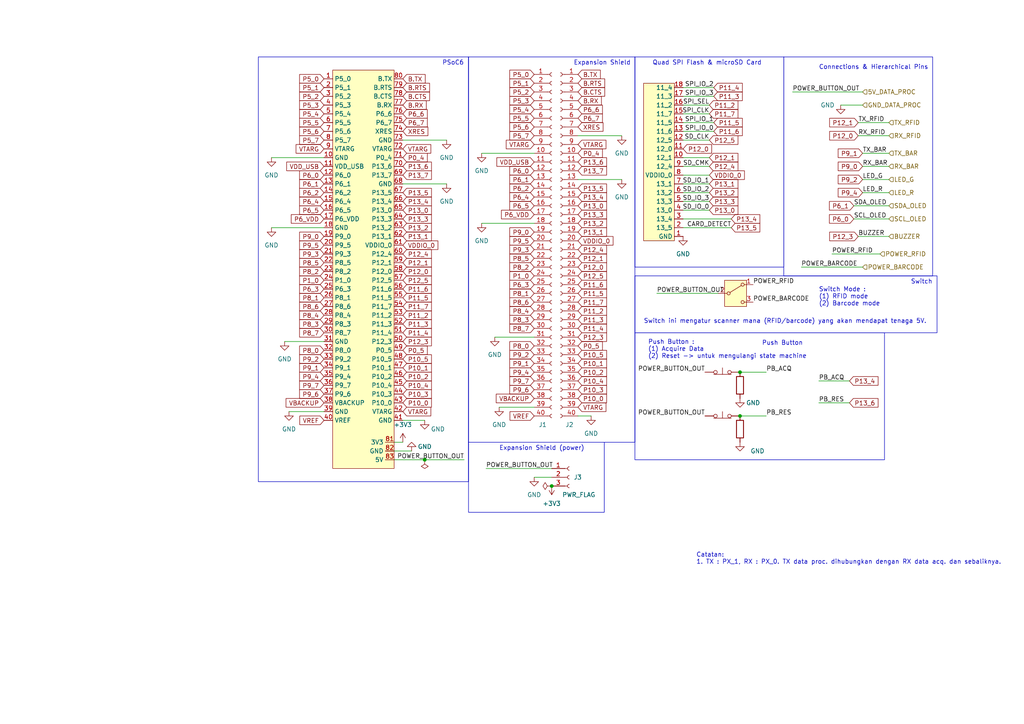
<source format=kicad_sch>
(kicad_sch (version 20230121) (generator eeschema)
  (paper "A4")
  (title_block (title "PSoC (Processing Unit)") (date "2024-03-05") (rev "1.5") (company "Institut Teknologi Bandung") (comment 1 "Bostang Palaguna") (comment 2 "Designed By:"))
  (lib_symbols
    (symbol "Connector:Conn_01x03_Socket" (pin_names (offset 1.016) hide)
      (property "Reference" "J" (at 0 5.08 0))
      (property "Value" "Conn_01x03_Socket" (at 0 -5.08 0))
      (symbol "Conn_01x03_Socket_1_1"
        (arc (start 0 -2.032) (mid -0.5058 -2.54) (end 0 -3.048) (stroke (width 0.1524)))
        (polyline (pts (xy -1.27 -2.54) (xy -0.508 -2.54)) (stroke (width 0.1524)))
        (polyline (pts (xy -1.27 0) (xy -0.508 0)) (stroke (width 0.1524)))
        (polyline (pts (xy -1.27 2.54) (xy -0.508 2.54)) (stroke (width 0.1524)))
        (arc (start 0 0.508) (mid -0.5058 0) (end 0 -0.508) (stroke (width 0.1524)))
        (arc (start 0 3.048) (mid -0.5058 2.54) (end 0 2.032) (stroke (width 0.1524)))
        (pin passive line (at -5.08 2.54 0) (length 3.81) (name "Pin_1") (number "1"))
        (pin passive line (at -5.08 0 0) (length 3.81) (name "Pin_2") (number "2"))
        (pin passive line (at -5.08 -2.54 0) (length 3.81) (name "Pin_3") (number "3"))
      )
    )
    (symbol "Connector:Conn_01x40_Socket" (pin_names (offset 1.016) hide)
      (property "Reference" "J" (at 0 50.8 0))
      (property "Value" "Conn_01x40_Socket" (at 0 -53.34 0))
      (symbol "Conn_01x40_Socket_1_1"
        (arc (start 0 -50.292) (mid -0.5058 -50.8) (end 0 -51.308) (stroke (width 0.1524)))
        (arc (start 0 -47.752) (mid -0.5058 -48.26) (end 0 -48.768) (stroke (width 0.1524)))
        (arc (start 0 -45.212) (mid -0.5058 -45.72) (end 0 -46.228) (stroke (width 0.1524)))
        (arc (start 0 -42.672) (mid -0.5058 -43.18) (end 0 -43.688) (stroke (width 0.1524)))
        (arc (start 0 -40.132) (mid -0.5058 -40.64) (end 0 -41.148) (stroke (width 0.1524)))
        (arc (start 0 -37.592) (mid -0.5058 -38.1) (end 0 -38.608) (stroke (width 0.1524)))
        (arc (start 0 -35.052) (mid -0.5058 -35.56) (end 0 -36.068) (stroke (width 0.1524)))
        (arc (start 0 -32.512) (mid -0.5058 -33.02) (end 0 -33.528) (stroke (width 0.1524)))
        (arc (start 0 -29.972) (mid -0.5058 -30.48) (end 0 -30.988) (stroke (width 0.1524)))
        (arc (start 0 -27.432) (mid -0.5058 -27.94) (end 0 -28.448) (stroke (width 0.1524)))
        (arc (start 0 -24.892) (mid -0.5058 -25.4) (end 0 -25.908) (stroke (width 0.1524)))
        (arc (start 0 -22.352) (mid -0.5058 -22.86) (end 0 -23.368) (stroke (width 0.1524)))
        (arc (start 0 -19.812) (mid -0.5058 -20.32) (end 0 -20.828) (stroke (width 0.1524)))
        (arc (start 0 -17.272) (mid -0.5058 -17.78) (end 0 -18.288) (stroke (width 0.1524)))
        (arc (start 0 -14.732) (mid -0.5058 -15.24) (end 0 -15.748) (stroke (width 0.1524)))
        (arc (start 0 -12.192) (mid -0.5058 -12.7) (end 0 -13.208) (stroke (width 0.1524)))
        (arc (start 0 -9.652) (mid -0.5058 -10.16) (end 0 -10.668) (stroke (width 0.1524)))
        (arc (start 0 -7.112) (mid -0.5058 -7.62) (end 0 -8.128) (stroke (width 0.1524)))
        (arc (start 0 -4.572) (mid -0.5058 -5.08) (end 0 -5.588) (stroke (width 0.1524)))
        (arc (start 0 -2.032) (mid -0.5058 -2.54) (end 0 -3.048) (stroke (width 0.1524)))
        (polyline (pts (xy -1.27 -50.8) (xy -0.508 -50.8)) (stroke (width 0.1524)))
        (polyline (pts (xy -1.27 -48.26) (xy -0.508 -48.26)) (stroke (width 0.1524)))
        (polyline (pts (xy -1.27 -45.72) (xy -0.508 -45.72)) (stroke (width 0.1524)))
        (polyline (pts (xy -1.27 -43.18) (xy -0.508 -43.18)) (stroke (width 0.1524)))
        (polyline (pts (xy -1.27 -40.64) (xy -0.508 -40.64)) (stroke (width 0.1524)))
        (polyline (pts (xy -1.27 -38.1) (xy -0.508 -38.1)) (stroke (width 0.1524)))
        (polyline (pts (xy -1.27 -35.56) (xy -0.508 -35.56)) (stroke (width 0.1524)))
        (polyline (pts (xy -1.27 -33.02) (xy -0.508 -33.02)) (stroke (width 0.1524)))
        (polyline (pts (xy -1.27 -30.48) (xy -0.508 -30.48)) (stroke (width 0.1524)))
        (polyline (pts (xy -1.27 -27.94) (xy -0.508 -27.94)) (stroke (width 0.1524)))
        (polyline (pts (xy -1.27 -25.4) (xy -0.508 -25.4)) (stroke (width 0.1524)))
        (polyline (pts (xy -1.27 -22.86) (xy -0.508 -22.86)) (stroke (width 0.1524)))
        (polyline (pts (xy -1.27 -20.32) (xy -0.508 -20.32)) (stroke (width 0.1524)))
        (polyline (pts (xy -1.27 -17.78) (xy -0.508 -17.78)) (stroke (width 0.1524)))
        (polyline (pts (xy -1.27 -15.24) (xy -0.508 -15.24)) (stroke (width 0.1524)))
        (polyline (pts (xy -1.27 -12.7) (xy -0.508 -12.7)) (stroke (width 0.1524)))
        (polyline (pts (xy -1.27 -10.16) (xy -0.508 -10.16)) (stroke (width 0.1524)))
        (polyline (pts (xy -1.27 -7.62) (xy -0.508 -7.62)) (stroke (width 0.1524)))
        (polyline (pts (xy -1.27 -5.08) (xy -0.508 -5.08)) (stroke (width 0.1524)))
        (polyline (pts (xy -1.27 -2.54) (xy -0.508 -2.54)) (stroke (width 0.1524)))
        (polyline (pts (xy -1.27 0) (xy -0.508 0)) (stroke (width 0.1524)))
        (polyline (pts (xy -1.27 2.54) (xy -0.508 2.54)) (stroke (width 0.1524)))
        (polyline (pts (xy -1.27 5.08) (xy -0.508 5.08)) (stroke (width 0.1524)))
        (polyline (pts (xy -1.27 7.62) (xy -0.508 7.62)) (stroke (width 0.1524)))
        (polyline (pts (xy -1.27 10.16) (xy -0.508 10.16)) (stroke (width 0.1524)))
        (polyline (pts (xy -1.27 12.7) (xy -0.508 12.7)) (stroke (width 0.1524)))
        (polyline (pts (xy -1.27 15.24) (xy -0.508 15.24)) (stroke (width 0.1524)))
        (polyline (pts (xy -1.27 17.78) (xy -0.508 17.78)) (stroke (width 0.1524)))
        (polyline (pts (xy -1.27 20.32) (xy -0.508 20.32)) (stroke (width 0.1524)))
        (polyline (pts (xy -1.27 22.86) (xy -0.508 22.86)) (stroke (width 0.1524)))
        (polyline (pts (xy -1.27 25.4) (xy -0.508 25.4)) (stroke (width 0.1524)))
        (polyline (pts (xy -1.27 27.94) (xy -0.508 27.94)) (stroke (width 0.1524)))
        (polyline (pts (xy -1.27 30.48) (xy -0.508 30.48)) (stroke (width 0.1524)))
        (polyline (pts (xy -1.27 33.02) (xy -0.508 33.02)) (stroke (width 0.1524)))
        (polyline (pts (xy -1.27 35.56) (xy -0.508 35.56)) (stroke (width 0.1524)))
        (polyline (pts (xy -1.27 38.1) (xy -0.508 38.1)) (stroke (width 0.1524)))
        (polyline (pts (xy -1.27 40.64) (xy -0.508 40.64)) (stroke (width 0.1524)))
        (polyline (pts (xy -1.27 43.18) (xy -0.508 43.18)) (stroke (width 0.1524)))
        (polyline (pts (xy -1.27 45.72) (xy -0.508 45.72)) (stroke (width 0.1524)))
        (polyline (pts (xy -1.27 48.26) (xy -0.508 48.26)) (stroke (width 0.1524)))
        (arc (start 0 0.508) (mid -0.5058 0) (end 0 -0.508) (stroke (width 0.1524)))
        (arc (start 0 3.048) (mid -0.5058 2.54) (end 0 2.032) (stroke (width 0.1524)))
        (arc (start 0 5.588) (mid -0.5058 5.08) (end 0 4.572) (stroke (width 0.1524)))
        (arc (start 0 8.128) (mid -0.5058 7.62) (end 0 7.112) (stroke (width 0.1524)))
        (arc (start 0 10.668) (mid -0.5058 10.16) (end 0 9.652) (stroke (width 0.1524)))
        (arc (start 0 13.208) (mid -0.5058 12.7) (end 0 12.192) (stroke (width 0.1524)))
        (arc (start 0 15.748) (mid -0.5058 15.24) (end 0 14.732) (stroke (width 0.1524)))
        (arc (start 0 18.288) (mid -0.5058 17.78) (end 0 17.272) (stroke (width 0.1524)))
        (arc (start 0 20.828) (mid -0.5058 20.32) (end 0 19.812) (stroke (width 0.1524)))
        (arc (start 0 23.368) (mid -0.5058 22.86) (end 0 22.352) (stroke (width 0.1524)))
        (arc (start 0 25.908) (mid -0.5058 25.4) (end 0 24.892) (stroke (width 0.1524)))
        (arc (start 0 28.448) (mid -0.5058 27.94) (end 0 27.432) (stroke (width 0.1524)))
        (arc (start 0 30.988) (mid -0.5058 30.48) (end 0 29.972) (stroke (width 0.1524)))
        (arc (start 0 33.528) (mid -0.5058 33.02) (end 0 32.512) (stroke (width 0.1524)))
        (arc (start 0 36.068) (mid -0.5058 35.56) (end 0 35.052) (stroke (width 0.1524)))
        (arc (start 0 38.608) (mid -0.5058 38.1) (end 0 37.592) (stroke (width 0.1524)))
        (arc (start 0 41.148) (mid -0.5058 40.64) (end 0 40.132) (stroke (width 0.1524)))
        (arc (start 0 43.688) (mid -0.5058 43.18) (end 0 42.672) (stroke (width 0.1524)))
        (arc (start 0 46.228) (mid -0.5058 45.72) (end 0 45.212) (stroke (width 0.1524)))
        (arc (start 0 48.768) (mid -0.5058 48.26) (end 0 47.752) (stroke (width 0.1524)))
        (pin passive line (at -5.08 48.26 0) (length 3.81) (name "Pin_1") (number "1"))
        (pin passive line (at -5.08 25.4 0) (length 3.81) (name "Pin_10") (number "10"))
        (pin passive line (at -5.08 22.86 0) (length 3.81) (name "Pin_11") (number "11"))
        (pin passive line (at -5.08 20.32 0) (length 3.81) (name "Pin_12") (number "12"))
        (pin passive line (at -5.08 17.78 0) (length 3.81) (name "Pin_13") (number "13"))
        (pin passive line (at -5.08 15.24 0) (length 3.81) (name "Pin_14") (number "14"))
        (pin passive line (at -5.08 12.7 0) (length 3.81) (name "Pin_15") (number "15"))
        (pin passive line (at -5.08 10.16 0) (length 3.81) (name "Pin_16") (number "16"))
        (pin passive line (at -5.08 7.62 0) (length 3.81) (name "Pin_17") (number "17"))
        (pin passive line (at -5.08 5.08 0) (length 3.81) (name "Pin_18") (number "18"))
        (pin passive line (at -5.08 2.54 0) (length 3.81) (name "Pin_19") (number "19"))
        (pin passive line (at -5.08 45.72 0) (length 3.81) (name "Pin_2") (number "2"))
        (pin passive line (at -5.08 0 0) (length 3.81) (name "Pin_20") (number "20"))
        (pin passive line (at -5.08 -2.54 0) (length 3.81) (name "Pin_21") (number "21"))
        (pin passive line (at -5.08 -5.08 0) (length 3.81) (name "Pin_22") (number "22"))
        (pin passive line (at -5.08 -7.62 0) (length 3.81) (name "Pin_23") (number "23"))
        (pin passive line (at -5.08 -10.16 0) (length 3.81) (name "Pin_24") (number "24"))
        (pin passive line (at -5.08 -12.7 0) (length 3.81) (name "Pin_25") (number "25"))
        (pin passive line (at -5.08 -15.24 0) (length 3.81) (name "Pin_26") (number "26"))
        (pin passive line (at -5.08 -17.78 0) (length 3.81) (name "Pin_27") (number "27"))
        (pin passive line (at -5.08 -20.32 0) (length 3.81) (name "Pin_28") (number "28"))
        (pin passive line (at -5.08 -22.86 0) (length 3.81) (name "Pin_29") (number "29"))
        (pin passive line (at -5.08 43.18 0) (length 3.81) (name "Pin_3") (number "3"))
        (pin passive line (at -5.08 -25.4 0) (length 3.81) (name "Pin_30") (number "30"))
        (pin passive line (at -5.08 -27.94 0) (length 3.81) (name "Pin_31") (number "31"))
        (pin passive line (at -5.08 -30.48 0) (length 3.81) (name "Pin_32") (number "32"))
        (pin passive line (at -5.08 -33.02 0) (length 3.81) (name "Pin_33") (number "33"))
        (pin passive line (at -5.08 -35.56 0) (length 3.81) (name "Pin_34") (number "34"))
        (pin passive line (at -5.08 -38.1 0) (length 3.81) (name "Pin_35") (number "35"))
        (pin passive line (at -5.08 -40.64 0) (length 3.81) (name "Pin_36") (number "36"))
        (pin passive line (at -5.08 -43.18 0) (length 3.81) (name "Pin_37") (number "37"))
        (pin passive line (at -5.08 -45.72 0) (length 3.81) (name "Pin_38") (number "38"))
        (pin passive line (at -5.08 -48.26 0) (length 3.81) (name "Pin_39") (number "39"))
        (pin passive line (at -5.08 40.64 0) (length 3.81) (name "Pin_4") (number "4"))
        (pin passive line (at -5.08 -50.8 0) (length 3.81) (name "Pin_40") (number "40"))
        (pin passive line (at -5.08 38.1 0) (length 3.81) (name "Pin_5") (number "5"))
        (pin passive line (at -5.08 35.56 0) (length 3.81) (name "Pin_6") (number "6"))
        (pin passive line (at -5.08 33.02 0) (length 3.81) (name "Pin_7") (number "7"))
        (pin passive line (at -5.08 30.48 0) (length 3.81) (name "Pin_8") (number "8"))
        (pin passive line (at -5.08 27.94 0) (length 3.81) (name "Pin_9") (number "9"))
      )
    )
    (symbol "Device:R" (pin_numbers hide) (pin_names (offset 0))
      (property "Reference" "R" (at 2.032 0 90))
      (property "Value" "R" (at 0 0 90))
      (symbol "R_0_1"
        (rectangle (start -1.016 -2.54) (end 1.016 2.54) (stroke (width 0.254)))
      )
      (symbol "R_1_1"
        (pin passive line (at 0 3.81 270) (length 1.27) (name "~") (number "1"))
        (pin passive line (at 0 -3.81 90) (length 1.27) (name "~") (number "2"))
      )
    )
    (symbol "Switch:SW_Push_Open" (pin_numbers hide) (pin_names (offset 1.016) hide)
      (property "Reference" "SW" (at 0 2.54 0))
      (property "Value" "SW_Push_Open" (at 0 -1.905 0))
      (symbol "SW_Push_Open_0_1"
        (circle (center -2.032 0) (radius 0.508))
        (polyline (pts (xy -2.54 -0.635) (xy 2.54 -0.635)))
        (polyline (pts (xy 0 -0.635) (xy 0 1.27)))
        (circle (center 2.032 0) (radius 0.508))
        (pin passive line (at -5.08 0 0) (length 2.54) (name "A") (number "1"))
      )
      (symbol "SW_Push_Open_1_1"
        (pin passive line (at 5.08 0 180) (length 2.54) (name "B") (number "2"))
      )
    )
    (symbol "Switch:SW_SPDT" (pin_names (offset 0) hide)
      (property "Reference" "SW" (at 0 5.08 0))
      (property "Value" "SW_SPDT" (at 0 -5.08 0))
      (symbol "SW_SPDT_0_1"
        (circle (center -2.032 0) (radius 0.4572))
        (polyline (pts (xy -1.651 0.254) (xy 1.651 2.286)))
        (circle (center 2.032 -2.54) (radius 0.4572))
        (circle (center 2.032 2.54) (radius 0.4572))
      )
      (symbol "SW_SPDT_1_1"
        (rectangle (start -3.175 3.81) (end 3.175 -3.81) (fill (type background)))
        (pin passive line (at 5.08 2.54 180) (length 2.54) (name "A") (number "1"))
        (pin passive line (at -5.08 0 0) (length 2.54) (name "B") (number "2"))
        (pin passive line (at 5.08 -2.54 180) (length 2.54) (name "C") (number "3"))
      )
    )
    (symbol "WMS_components:CY8CPROTO-062-4343W"
      (property "Reference" "U" (at 1.27 52.07 0))
      (symbol "CY8CPROTO-062-4343W_1_1"
        (rectangle (start -8.89 49.53) (end 8.89 -66.04) (fill (type background)))
        (pin bidirectional line (at -11.43 46.99 0) (length 2.54) (name "P5_0") (number "1"))
        (pin bidirectional line (at -11.43 24.13 0) (length 2.54) (name "GND") (number "10"))
        (pin bidirectional line (at -11.43 21.59 0) (length 2.54) (name "VDD_USB") (number "11"))
        (pin bidirectional line (at -11.43 19.05 0) (length 2.54) (name "P6_0") (number "12"))
        (pin bidirectional line (at -11.43 16.51 0) (length 2.54) (name "P6_1") (number "13"))
        (pin bidirectional line (at -11.43 13.97 0) (length 2.54) (name "P6_2") (number "14"))
        (pin bidirectional line (at -11.43 11.43 0) (length 2.54) (name "P6_4") (number "15"))
        (pin bidirectional line (at -11.43 8.89 0) (length 2.54) (name "P6_5") (number "16"))
        (pin bidirectional line (at -11.43 6.35 0) (length 2.54) (name "P6_VDD") (number "17"))
        (pin bidirectional line (at -11.43 3.81 0) (length 2.54) (name "GND") (number "18"))
        (pin bidirectional line (at -11.43 1.27 0) (length 2.54) (name "P9_0") (number "19"))
        (pin bidirectional line (at -11.43 44.45 0) (length 2.54) (name "P5_1") (number "2"))
        (pin bidirectional line (at -11.43 -1.27 0) (length 2.54) (name "P9_5") (number "20"))
        (pin bidirectional line (at -11.43 -3.81 0) (length 2.54) (name "P9_3") (number "21"))
        (pin bidirectional line (at -11.43 -6.35 0) (length 2.54) (name "P8_5") (number "22"))
        (pin bidirectional line (at -11.43 -8.89 0) (length 2.54) (name "P8_2") (number "23"))
        (pin bidirectional line (at -11.43 -11.43 0) (length 2.54) (name "P1_0") (number "24"))
        (pin bidirectional line (at -11.43 -13.97 0) (length 2.54) (name "P6_3") (number "25"))
        (pin bidirectional line (at -11.43 -16.51 0) (length 2.54) (name "P8_1") (number "26"))
        (pin bidirectional line (at -11.43 -19.05 0) (length 2.54) (name "P8_6") (number "27"))
        (pin bidirectional line (at -11.43 -21.59 0) (length 2.54) (name "P8_4") (number "28"))
        (pin bidirectional line (at -11.43 -24.13 0) (length 2.54) (name "P8_3") (number "29"))
        (pin bidirectional line (at -11.43 41.91 0) (length 2.54) (name "P5_2") (number "3"))
        (pin bidirectional line (at -11.43 -26.67 0) (length 2.54) (name "P8_7") (number "30"))
        (pin bidirectional line (at -11.43 -29.21 0) (length 2.54) (name "GND") (number "31"))
        (pin bidirectional line (at -11.43 -31.75 0) (length 2.54) (name "P8_0") (number "32"))
        (pin bidirectional line (at -11.43 -34.29 0) (length 2.54) (name "P9_2") (number "33"))
        (pin bidirectional line (at -11.43 -36.83 0) (length 2.54) (name "P9_1") (number "34"))
        (pin bidirectional line (at -11.43 -39.37 0) (length 2.54) (name "P9_4") (number "35"))
        (pin bidirectional line (at -11.43 -41.91 0) (length 2.54) (name "P9_7") (number "36"))
        (pin bidirectional line (at -11.43 -44.45 0) (length 2.54) (name "P9_6") (number "37"))
        (pin bidirectional line (at -11.43 -46.99 0) (length 2.54) (name "VBACKUP") (number "38"))
        (pin bidirectional line (at -11.43 -49.53 0) (length 2.54) (name "GND") (number "39"))
        (pin bidirectional line (at -11.43 39.37 0) (length 2.54) (name "P5_3") (number "4"))
        (pin bidirectional line (at -11.43 -52.07 0) (length 2.54) (name "VREF") (number "40"))
        (pin bidirectional line (at 11.43 -52.07 180) (length 2.54) (name "GND") (number "41"))
        (pin bidirectional line (at 11.43 -49.53 180) (length 2.54) (name "VTARG") (number "42"))
        (pin bidirectional line (at 11.43 -46.99 180) (length 2.54) (name "P10_0") (number "43"))
        (pin bidirectional line (at 11.43 -44.45 180) (length 2.54) (name "P10_3") (number "44"))
        (pin bidirectional line (at 11.43 -41.91 180) (length 2.54) (name "P10_4") (number "45"))
        (pin bidirectional line (at 11.43 -39.37 180) (length 2.54) (name "P10_2") (number "46"))
        (pin bidirectional line (at 11.43 -36.83 180) (length 2.54) (name "P10_1") (number "47"))
        (pin bidirectional line (at 11.43 -34.29 180) (length 2.54) (name "P10_5") (number "48"))
        (pin bidirectional line (at 11.43 -31.75 180) (length 2.54) (name "P0_5") (number "49"))
        (pin bidirectional line (at -11.43 36.83 0) (length 2.54) (name "P5_4") (number "5"))
        (pin bidirectional line (at 11.43 -29.21 180) (length 2.54) (name "P12_3") (number "50"))
        (pin bidirectional line (at 11.43 -26.67 180) (length 2.54) (name "P11_4") (number "51"))
        (pin bidirectional line (at 11.43 -24.13 180) (length 2.54) (name "P11_3") (number "52"))
        (pin bidirectional line (at 11.43 -21.59 180) (length 2.54) (name "P11_2") (number "53"))
        (pin bidirectional line (at 11.43 -19.05 180) (length 2.54) (name "P11_7") (number "54"))
        (pin bidirectional line (at 11.43 -16.51 180) (length 2.54) (name "P11_5") (number "55"))
        (pin bidirectional line (at 11.43 -13.97 180) (length 2.54) (name "P11_6") (number "56"))
        (pin bidirectional line (at 11.43 -11.43 180) (length 2.54) (name "P12_5") (number "57"))
        (pin bidirectional line (at 11.43 -8.89 180) (length 2.54) (name "P12_0") (number "58"))
        (pin bidirectional line (at 11.43 -6.35 180) (length 2.54) (name "P12_1") (number "59"))
        (pin bidirectional line (at -11.43 34.29 0) (length 2.54) (name "P5_5") (number "6"))
        (pin bidirectional line (at 11.43 -3.81 180) (length 2.54) (name "P12_4") (number "60"))
        (pin bidirectional line (at 11.43 -1.27 180) (length 2.54) (name "VDDIO_0") (number "61"))
        (pin bidirectional line (at 11.43 1.27 180) (length 2.54) (name "P13_1") (number "62"))
        (pin bidirectional line (at 11.43 3.81 180) (length 2.54) (name "P13_2") (number "63"))
        (pin bidirectional line (at 11.43 6.35 180) (length 2.54) (name "P13_3") (number "64"))
        (pin bidirectional line (at 11.43 8.89 180) (length 2.54) (name "P13_0") (number "65"))
        (pin bidirectional line (at 11.43 11.43 180) (length 2.54) (name "P13_4") (number "66"))
        (pin bidirectional line (at 11.43 13.97 180) (length 2.54) (name "P13_5") (number "67"))
        (pin bidirectional line (at 11.43 16.51 180) (length 2.54) (name "GND") (number "68"))
        (pin bidirectional line (at 11.43 19.05 180) (length 2.54) (name "P13_7") (number "69"))
        (pin bidirectional line (at -11.43 31.75 0) (length 2.54) (name "P5_6") (number "7"))
        (pin bidirectional line (at 11.43 21.59 180) (length 2.54) (name "P13_6") (number "70"))
        (pin bidirectional line (at 11.43 24.13 180) (length 2.54) (name "P0_4") (number "71"))
        (pin bidirectional line (at 11.43 26.67 180) (length 2.54) (name "VTARG") (number "72"))
        (pin bidirectional line (at 11.43 29.21 180) (length 2.54) (name "GND") (number "73"))
        (pin bidirectional line (at 11.43 31.75 180) (length 2.54) (name "XRES") (number "74"))
        (pin bidirectional line (at 11.43 34.29 180) (length 2.54) (name "P6_7") (number "75"))
        (pin bidirectional line (at 11.43 36.83 180) (length 2.54) (name "P6_6") (number "76"))
        (pin bidirectional line (at 11.43 39.37 180) (length 2.54) (name "B.RX") (number "77"))
        (pin bidirectional line (at 11.43 41.91 180) (length 2.54) (name "B.CTS") (number "78"))
        (pin bidirectional line (at 11.43 44.45 180) (length 2.54) (name "B.RTS") (number "79"))
        (pin bidirectional line (at -11.43 29.21 0) (length 2.54) (name "P5_7") (number "8"))
        (pin bidirectional line (at 11.43 46.99 180) (length 2.54) (name "B.TX") (number "80"))
        (pin power_in line (at 8.89 -58.42 180) (length 2.54) (name "3V3") (number "81"))
        (pin bidirectional line (at 8.89 -60.96 180) (length 2.54) (name "GND") (number "82"))
        (pin power_in line (at 8.89 -63.5 180) (length 2.54) (name "5V") (number "83"))
        (pin bidirectional line (at -11.43 26.67 0) (length 2.54) (name "VTARG") (number "9"))
      )
    )
    (symbol "WMS_components:QUAD_SPI_and_MICRO_SD"
      (property "Reference" "U" (at 0 6.35 0))
      (symbol "QUAD_SPI_and_MICRO_SD_0_1"
        (rectangle (start -22.86 5.08) (end 22.86 -3.81) (fill (type background)))
      )
      (symbol "QUAD_SPI_and_MICRO_SD_1_1"
        (pin power_in line (at -21.59 -6.35 90) (length 2.54) (name "GND") (number "1"))
        (pin bidirectional line (at 1.27 -6.35 90) (length 2.54) (name "12_1") (number "10"))
        (pin bidirectional line (at 3.81 -6.35 90) (length 2.54) (name "12_0") (number "11"))
        (pin bidirectional line (at 6.35 -6.35 90) (length 2.54) (name "12_5") (number "12"))
        (pin bidirectional line (at 8.89 -6.35 90) (length 2.54) (name "11_6") (number "13"))
        (pin bidirectional line (at 11.43 -6.35 90) (length 2.54) (name "11_5") (number "14"))
        (pin bidirectional line (at 13.97 -6.35 90) (length 2.54) (name "11_7") (number "15"))
        (pin bidirectional line (at 16.51 -6.35 90) (length 2.54) (name "11_2") (number "16"))
        (pin bidirectional line (at 19.05 -6.35 90) (length 2.54) (name "11_3") (number "17"))
        (pin bidirectional line (at 21.59 -6.35 90) (length 2.54) (name "11_4") (number "18"))
        (pin bidirectional line (at -19.05 -6.35 90) (length 2.54) (name "13_5") (number "2"))
        (pin bidirectional line (at -16.51 -6.35 90) (length 2.54) (name "13_4") (number "3"))
        (pin bidirectional line (at -13.97 -6.35 90) (length 2.54) (name "13_0") (number "4"))
        (pin bidirectional line (at -11.43 -6.35 90) (length 2.54) (name "13_3") (number "5"))
        (pin bidirectional line (at -8.89 -6.35 90) (length 2.54) (name "13_2") (number "6"))
        (pin bidirectional line (at -6.35 -6.35 90) (length 2.54) (name "13_1") (number "7"))
        (pin bidirectional line (at -3.81 -6.35 90) (length 2.54) (name "VDDIO_0") (number "8"))
        (pin bidirectional line (at -1.27 -6.35 90) (length 2.54) (name "12_4") (number "9"))
      )
    )
    (symbol "power:+3V3" (power) (pin_names (offset 0))
      (property "Value" "+3V3" (at 0 3.556 0))
      (symbol "+3V3_0_1"
        (polyline (pts (xy -0.762 1.27) (xy 0 2.54)))
        (polyline (pts (xy 0 0) (xy 0 2.54)))
        (polyline (pts (xy 0 2.54) (xy 0.762 1.27)))
      )
      (symbol "+3V3_1_1"
        (pin power_in line (at 0 0 90) (length 0) hide (name "+3V3") (number "1"))
      )
    )
    (symbol "power:GND" (power) (pin_names (offset 0))
      (property "Value" "GND" (at 0 -3.81 0))
      (symbol "GND_0_1"
        (polyline (pts (xy 0 0) (xy 0 -1.27) (xy 1.27 -1.27) (xy 0 -2.54) (xy -1.27 -1.27) (xy 0 -1.27)))
      )
      (symbol "GND_1_1"
        (pin power_in line (at 0 0 270) (length 0) hide (name "GND") (number "1"))
      )
    )
    (symbol "power:PWR_FLAG" (power) (pin_numbers hide) (pin_names (offset 0) hide)
      (property "Value" "PWR_FLAG" (at 0 3.81 0))
      (symbol "PWR_FLAG_0_0"
        (pin power_out line (at 0 0 90) (length 0) (name "pwr") (number "1"))
      )
      (symbol "PWR_FLAG_0_1"
        (polyline (pts (xy 0 0) (xy 0 1.27) (xy -1.016 1.905) (xy 0 2.54) (xy 1.016 1.905) (xy 0 1.27)))
      )
    )
  )
  (junction (at 160.02 140.97))
  (junction (at 214.63 107.95))
  (junction (at 214.63 120.65))
  (junction (at 123.19 133.35))
  (wire (pts (xy 190.5 85.09) (xy 208.28 85.09)))
  (wire (pts (xy 212.09 63.5) (xy 198.12 63.5)))
  (wire (pts (xy 143.51 97.79) (xy 154.94 97.79)))
  (wire (pts (xy 129.54 40.64) (xy 116.84 40.64)))
  (wire (pts (xy 205.74 53.34) (xy 198.12 53.34)))
  (wire (pts (xy 123.19 121.92) (xy 116.84 121.92)))
  (wire (pts (xy 222.25 120.65) (xy 214.63 120.65)))
  (wire (pts (xy 205.74 45.72) (xy 198.12 45.72)))
  (wire (pts (xy 212.09 66.04) (xy 198.12 66.04)))
  (wire (pts (xy 154.94 138.43) (xy 160.02 138.43)))
  (wire (pts (xy 229.87 26.67) (xy 250.19 26.67)))
  (wire (pts (xy 243.84 30.48) (xy 250.19 30.48)))
  (wire (pts (xy 205.74 40.64) (xy 198.12 40.64)))
  (wire (pts (xy 207.01 38.1) (xy 198.12 38.1)))
  (wire (pts (xy 205.74 33.02) (xy 198.12 33.02)))
  (wire (pts (xy 140.97 135.89) (xy 160.02 135.89)))
  (wire (pts (xy 250.19 52.07) (xy 257.81 52.07)))
  (wire (pts (xy 119.38 130.81) (xy 114.3 130.81)))
  (wire (pts (xy 250.19 44.45) (xy 257.81 44.45)))
  (wire (pts (xy 248.92 35.56) (xy 257.81 35.56)))
  (wire (pts (xy 144.78 118.11) (xy 154.94 118.11)))
  (wire (pts (xy 205.74 50.8) (xy 198.12 50.8)))
  (wire (pts (xy 139.7 64.77) (xy 154.94 64.77)))
  (wire (pts (xy 222.25 107.95) (xy 214.63 107.95)))
  (wire (pts (xy 247.65 63.5) (xy 257.81 63.5)))
  (wire (pts (xy 248.92 68.58) (xy 257.81 68.58)))
  (wire (pts (xy 207.01 27.94) (xy 198.12 27.94)))
  (wire (pts (xy 78.74 45.72) (xy 93.98 45.72)))
  (wire (pts (xy 129.54 53.34) (xy 116.84 53.34)))
  (wire (pts (xy 139.7 44.45) (xy 154.94 44.45)))
  (wire (pts (xy 250.19 55.88) (xy 257.81 55.88)))
  (wire (pts (xy 83.82 119.38) (xy 93.98 119.38)))
  (wire (pts (xy 78.74 66.04) (xy 93.98 66.04)))
  (wire (pts (xy 207.01 35.56) (xy 198.12 35.56)))
  (wire (pts (xy 207.01 25.4) (xy 198.12 25.4)))
  (wire (pts (xy 205.74 60.96) (xy 198.12 60.96)))
  (wire (pts (xy 82.55 99.06) (xy 93.98 99.06)))
  (wire (pts (xy 180.34 39.37) (xy 167.64 39.37)))
  (wire (pts (xy 250.19 48.26) (xy 257.81 48.26)))
  (wire (pts (xy 123.19 133.35) (xy 114.3 133.35)))
  (wire (pts (xy 116.84 128.27) (xy 114.3 128.27)))
  (wire (pts (xy 180.34 52.07) (xy 167.64 52.07)))
  (wire (pts (xy 237.49 110.49) (xy 246.38 110.49)))
  (wire (pts (xy 205.74 55.88) (xy 198.12 55.88)))
  (wire (pts (xy 171.45 120.65) (xy 167.64 120.65)))
  (wire (pts (xy 205.74 58.42) (xy 198.12 58.42)))
  (wire (pts (xy 237.49 116.84) (xy 246.38 116.84)))
  (wire (pts (xy 232.41 77.47) (xy 250.19 77.47)))
  (wire (pts (xy 241.3 73.66) (xy 255.27 73.66)))
  (wire (pts (xy 247.65 59.69) (xy 257.81 59.69)))
  (wire (pts (xy 205.74 48.26) (xy 198.12 48.26)))
  (wire (pts (xy 205.74 30.48) (xy 198.12 30.48)))
  (wire (pts (xy 248.92 39.37) (xy 257.81 39.37)))
  (wire (pts (xy 134.62 133.35) (xy 123.19 133.35)))
  (rectangle (start 135.89 128.27) (end 175.26 148.59))
  (rectangle (start 135.89 16.51) (end 184.15 128.27))
  (rectangle (start 184.15 80.01) (end 271.78 96.52))
  (rectangle (start 184.15 96.52) (end 256.54 133.35))
  (rectangle (start 184.15 16.51) (end 227.33 77.47))
  (rectangle (start 227.33 16.51) (end 270.51 80.01))
  (rectangle (start 74.93 16.51) (end 135.89 139.7))
  (text "PSoC6" (at 128.27 19.05 0) (effects (font (size 1.27 1.27)) (justify left bottom)))
  (text "Expansion Shield (power)" (at 144.78 130.81 0) (effects (font (size 1.27 1.27)) (justify left bottom)))
  (text "Push Button :\n(1) Acquire Data\n(2) Reset -> untuk mengulangi state machine" (at 187.96 104.14 0) (effects (font (size 1.27 1.27)) (justify left bottom)))
  (text "Switch" (at 264.16 82.55 0) (effects (font (size 1.27 1.27)) (justify left bottom)))
  (text "Expansion Shield" (at 166.37 19.05 0) (effects (font (size 1.27 1.27)) (justify left bottom)))
  (text "Connections & Hierarchical Pins" (at 237.49 20.32 0) (effects (font (size 1.27 1.27)) (justify left bottom)))
  (text "Switch ini mengatur scanner mana (RFID/barcode) yang akan mendapat tenaga 5V." (at 186.69 93.98 0) (effects (font (size 1.27 1.27)) (justify left bottom)))
  (text "Catatan:\n1. TX : PX_1, RX : PX_0. TX data proc. dihubungkan dengan RX data acq. dan sebaliknya." (at 201.93 163.83 0) (effects (font (size 1.27 1.27)) (justify left bottom)))
  (text "Switch Mode :\n(1) RFID mode\n(2) Barcode mode" (at 237.49 88.9 0) (effects (font (size 1.27 1.27)) (justify left bottom)))
  (text "Quad SPI Flash & microSD Card" (at 189.23 19.05 0) (effects (font (size 1.27 1.27)) (justify left bottom)))
  (text "Push Button" (at 220.98 100.33 0) (effects (font (size 1.27 1.27)) (justify left bottom)))
  (label "POWER_BUTTON_OUT" (at 134.62 133.35 180))
  (label "SPI_IO_2" (at 207.01 25.4 180))
  (label "TX_RFID" (at 248.92 35.56 0))
  (label "SD_IO_1" (at 205.74 53.34 180))
  (label "SDA_OLED" (at 247.65 59.69 0))
  (label "LED_G" (at 250.19 52.07 0))
  (label "POWER_BARCODE" (at 232.41 77.47 0))
  (label "PB_RES" (at 222.25 120.65 0))
  (label "SD_IO_0" (at 205.74 60.96 180))
  (label "RX_BAR" (at 250.19 48.26 0))
  (label "RX_RFID" (at 248.92 39.37 0))
  (label "SPI_SEL" (at 205.74 30.48 180))
  (label "CARD_DETECT" (at 212.09 66.04 180))
  (label "PB_RES" (at 237.49 116.84 0))
  (label "POWER_BARCODE" (at 218.44 87.63 0))
  (label "SPI_IO_0" (at 207.01 38.1 180))
  (label "POWER_BUTTON_OUT" (at 229.87 26.67 0))
  (label "POWER_BUTTON_OUT" (at 140.97 135.89 0))
  (label "SD_CLK" (at 205.74 40.64 180))
  (label "POWER_BUTTON_OUT" (at 204.47 107.95 180))
  (label "SD_CMK" (at 205.74 48.26 180))
  (label "POWER_RFID" (at 241.3 73.66 0))
  (label "PB_ACQ" (at 222.25 107.95 0))
  (label "SD_IO_2" (at 205.74 55.88 180))
  (label "SCL_OLED" (at 247.65 63.5 0))
  (label "BUZZER" (at 248.92 68.58 0))
  (label "SPI_IO_1" (at 207.01 35.56 180))
  (label "SPI_CLK" (at 205.74 33.02 180))
  (label "POWER_BUTTON_OUT" (at 190.5 85.09 0))
  (label "POWER_BUTTON_OUT" (at 204.47 120.65 180))
  (label "LED_R" (at 250.19 55.88 0))
  (label "TX_BAR" (at 250.19 44.45 0))
  (label "POWER_RFID" (at 218.44 82.55 0))
  (label "SPI_IO_3" (at 207.01 27.94 180))
  (label "SD_IO_3" (at 205.74 58.42 180))
  (label "PB_ACQ" (at 237.49 110.49 0))
  (global_label "P13_5" (shape input) (at 167.64 54.61 0) (property "Intersheetrefs" "${INTERSHEET_REFS}" (effects hide)))
  (global_label "P10_1" (shape input) (at 167.64 105.41 0) (property "Intersheetrefs" "${INTERSHEET_REFS}" (effects hide)))
  (global_label "P11_5" (shape input) (at 116.84 86.36 0) (property "Intersheetrefs" "${INTERSHEET_REFS}" (effects hide)))
  (global_label "P8_7" (shape input) (at 93.98 96.52 180) (property "Intersheetrefs" "${INTERSHEET_REFS}" (effects hide)))
  (global_label "P5_6" (shape input) (at 154.94 36.83 180) (property "Intersheetrefs" "${INTERSHEET_REFS}" (effects hide)))
  (global_label "B.RTS" (shape input) (at 116.84 25.4 0) (property "Intersheetrefs" "${INTERSHEET_REFS}" (effects hide)))
  (global_label "P11_6" (shape input) (at 116.84 83.82 0) (property "Intersheetrefs" "${INTERSHEET_REFS}" (effects hide)))
  (global_label "P11_3" (shape input) (at 116.84 93.98 0) (property "Intersheetrefs" "${INTERSHEET_REFS}" (effects hide)))
  (global_label "P12_0" (shape input) (at 198.12 43.18 0) (property "Intersheetrefs" "${INTERSHEET_REFS}" (effects hide)))
  (global_label "VDD_USB" (shape input) (at 93.98 48.26 180) (property "Intersheetrefs" "${INTERSHEET_REFS}" (effects hide)))
  (global_label "P13_6" (shape input) (at 167.64 46.99 0) (property "Intersheetrefs" "${INTERSHEET_REFS}" (effects hide)))
  (global_label "P5_5" (shape input) (at 93.98 35.56 180) (property "Intersheetrefs" "${INTERSHEET_REFS}" (effects hide)))
  (global_label "P13_3" (shape input) (at 167.64 62.23 0) (property "Intersheetrefs" "${INTERSHEET_REFS}" (effects hide)))
  (global_label "P8_4" (shape input) (at 154.94 90.17 180) (property "Intersheetrefs" "${INTERSHEET_REFS}" (effects hide)))
  (global_label "P11_7" (shape input) (at 116.84 88.9 0) (property "Intersheetrefs" "${INTERSHEET_REFS}" (effects hide)))
  (global_label "VDDIO_0" (shape input) (at 116.84 71.12 0) (property "Intersheetrefs" "${INTERSHEET_REFS}" (effects hide)))
  (global_label "P6_1" (shape input) (at 247.65 59.69 180) (property "Intersheetrefs" "${INTERSHEET_REFS}" (effects hide)))
  (global_label "VTARG" (shape input) (at 93.98 43.18 180) (property "Intersheetrefs" "${INTERSHEET_REFS}" (effects hide)))
  (global_label "P10_0" (shape input) (at 167.64 115.57 0) (property "Intersheetrefs" "${INTERSHEET_REFS}" (effects hide)))
  (global_label "P9_7" (shape input) (at 154.94 110.49 180) (property "Intersheetrefs" "${INTERSHEET_REFS}" (effects hide)))
  (global_label "P9_6" (shape input) (at 154.94 113.03 180) (property "Intersheetrefs" "${INTERSHEET_REFS}" (effects hide)))
  (global_label "P13_7" (shape input) (at 167.64 49.53 0) (property "Intersheetrefs" "${INTERSHEET_REFS}" (effects hide)))
  (global_label "VTARG" (shape input) (at 167.64 41.91 0) (property "Intersheetrefs" "${INTERSHEET_REFS}" (effects hide)))
  (global_label "XRES" (shape input) (at 167.64 36.83 0) (property "Intersheetrefs" "${INTERSHEET_REFS}" (effects hide)))
  (global_label "P11_7" (shape input) (at 205.74 33.02 0) (property "Intersheetrefs" "${INTERSHEET_REFS}" (effects hide)))
  (global_label "P5_0" (shape input) (at 154.94 21.59 180) (property "Intersheetrefs" "${INTERSHEET_REFS}" (effects hide)))
  (global_label "P5_7" (shape input) (at 93.98 40.64 180) (property "Intersheetrefs" "${INTERSHEET_REFS}" (effects hide)))
  (global_label "P8_2" (shape input) (at 93.98 78.74 180) (property "Intersheetrefs" "${INTERSHEET_REFS}" (effects hide)))
  (global_label "P9_0" (shape input) (at 154.94 67.31 180) (property "Intersheetrefs" "${INTERSHEET_REFS}" (effects hide)))
  (global_label "P11_6" (shape input) (at 207.01 38.1 0) (property "Intersheetrefs" "${INTERSHEET_REFS}" (effects hide)))
  (global_label "P6_1" (shape input) (at 93.98 53.34 180) (property "Intersheetrefs" "${INTERSHEET_REFS}" (effects hide)))
  (global_label "P10_4" (shape input) (at 116.84 111.76 0) (property "Intersheetrefs" "${INTERSHEET_REFS}" (effects hide)))
  (global_label "P11_2" (shape input) (at 116.84 91.44 0) (property "Intersheetrefs" "${INTERSHEET_REFS}" (effects hide)))
  (global_label "P13_0" (shape input) (at 205.74 60.96 0) (property "Intersheetrefs" "${INTERSHEET_REFS}" (effects hide)))
  (global_label "P12_4" (shape input) (at 116.84 73.66 0) (property "Intersheetrefs" "${INTERSHEET_REFS}" (effects hide)))
  (global_label "P6_4" (shape input) (at 93.98 58.42 180) (property "Intersheetrefs" "${INTERSHEET_REFS}" (effects hide)))
  (global_label "P11_2" (shape input) (at 167.64 90.17 0) (property "Intersheetrefs" "${INTERSHEET_REFS}" (effects hide)))
  (global_label "B.CTS" (shape input) (at 116.84 27.94 0) (property "Intersheetrefs" "${INTERSHEET_REFS}" (effects hide)))
  (global_label "VBACKUP" (shape input) (at 93.98 116.84 180) (property "Intersheetrefs" "${INTERSHEET_REFS}" (effects hide)))
  (global_label "P12_3" (shape input) (at 116.84 99.06 0) (property "Intersheetrefs" "${INTERSHEET_REFS}" (effects hide)))
  (global_label "P9_3" (shape input) (at 154.94 72.39 180) (property "Intersheetrefs" "${INTERSHEET_REFS}" (effects hide)))
  (global_label "P6_6" (shape input) (at 167.64 31.75 0) (property "Intersheetrefs" "${INTERSHEET_REFS}" (effects hide)))
  (global_label "P8_0" (shape input) (at 93.98 101.6 180) (property "Intersheetrefs" "${INTERSHEET_REFS}" (effects hide)))
  (global_label "P11_6" (shape input) (at 167.64 82.55 0) (property "Intersheetrefs" "${INTERSHEET_REFS}" (effects hide)))
  (global_label "P13_6" (shape input) (at 246.38 116.84 0) (property "Intersheetrefs" "${INTERSHEET_REFS}" (effects hide)))
  (global_label "P6_0" (shape input) (at 154.94 49.53 180) (property "Intersheetrefs" "${INTERSHEET_REFS}" (effects hide)))
  (global_label "VREF" (shape input) (at 93.98 121.92 180) (property "Intersheetrefs" "${INTERSHEET_REFS}" (effects hide)))
  (global_label "P13_7" (shape input) (at 116.84 50.8 0) (property "Intersheetrefs" "${INTERSHEET_REFS}" (effects hide)))
  (global_label "P13_2" (shape input) (at 116.84 66.04 0) (property "Intersheetrefs" "${INTERSHEET_REFS}" (effects hide)))
  (global_label "P9_7" (shape input) (at 93.98 111.76 180) (property "Intersheetrefs" "${INTERSHEET_REFS}" (effects hide)))
  (global_label "P9_0" (shape input) (at 93.98 68.58 180) (property "Intersheetrefs" "${INTERSHEET_REFS}" (effects hide)))
  (global_label "P5_4" (shape input) (at 93.98 33.02 180) (property "Intersheetrefs" "${INTERSHEET_REFS}" (effects hide)))
  (global_label "P13_6" (shape input) (at 116.84 48.26 0) (property "Intersheetrefs" "${INTERSHEET_REFS}" (effects hide)))
  (global_label "B.RX" (shape input) (at 116.84 30.48 0) (property "Intersheetrefs" "${INTERSHEET_REFS}" (effects hide)))
  (global_label "P8_3" (shape input) (at 93.98 93.98 180) (property "Intersheetrefs" "${INTERSHEET_REFS}" (effects hide)))
  (global_label "P10_2" (shape input) (at 116.84 109.22 0) (property "Intersheetrefs" "${INTERSHEET_REFS}" (effects hide)))
  (global_label "P6_3" (shape input) (at 154.94 82.55 180) (property "Intersheetrefs" "${INTERSHEET_REFS}" (effects hide)))
  (global_label "P8_6" (shape input) (at 154.94 87.63 180) (property "Intersheetrefs" "${INTERSHEET_REFS}" (effects hide)))
  (global_label "VTARG" (shape input) (at 116.84 119.38 0) (property "Intersheetrefs" "${INTERSHEET_REFS}" (effects hide)))
  (global_label "P13_5" (shape input) (at 212.09 66.04 0) (property "Intersheetrefs" "${INTERSHEET_REFS}" (effects hide)))
  (global_label "P5_3" (shape input) (at 154.94 29.21 180) (property "Intersheetrefs" "${INTERSHEET_REFS}" (effects hide)))
  (global_label "B.CTS" (shape input) (at 167.64 26.67 0) (property "Intersheetrefs" "${INTERSHEET_REFS}" (effects hide)))
  (global_label "VDDIO_0" (shape input) (at 167.64 69.85 0) (property "Intersheetrefs" "${INTERSHEET_REFS}" (effects hide)))
  (global_label "P11_4" (shape input) (at 167.64 95.25 0) (property "Intersheetrefs" "${INTERSHEET_REFS}" (effects hide)))
  (global_label "P10_3" (shape input) (at 116.84 114.3 0) (property "Intersheetrefs" "${INTERSHEET_REFS}" (effects hide)))
  (global_label "VTARG" (shape input) (at 116.84 43.18 0) (property "Intersheetrefs" "${INTERSHEET_REFS}" (effects hide)))
  (global_label "P8_7" (shape input) (at 154.94 95.25 180) (property "Intersheetrefs" "${INTERSHEET_REFS}" (effects hide)))
  (global_label "P6_0" (shape input) (at 93.98 50.8 180) (property "Intersheetrefs" "${INTERSHEET_REFS}" (effects hide)))
  (global_label "P0_5" (shape input) (at 116.84 101.6 0) (property "Intersheetrefs" "${INTERSHEET_REFS}" (effects hide)))
  (global_label "P9_3" (shape input) (at 93.98 73.66 180) (property "Intersheetrefs" "${INTERSHEET_REFS}" (effects hide)))
  (global_label "VBACKUP" (shape input) (at 154.94 115.57 180) (property "Intersheetrefs" "${INTERSHEET_REFS}" (effects hide)))
  (global_label "P8_2" (shape input) (at 154.94 77.47 180) (property "Intersheetrefs" "${INTERSHEET_REFS}" (effects hide)))
  (global_label "P11_3" (shape input) (at 207.01 27.94 0) (property "Intersheetrefs" "${INTERSHEET_REFS}" (effects hide)))
  (global_label "P9_4" (shape input) (at 154.94 107.95 180) (property "Intersheetrefs" "${INTERSHEET_REFS}" (effects hide)))
  (global_label "P6_1" (shape input) (at 154.94 52.07 180) (property "Intersheetrefs" "${INTERSHEET_REFS}" (effects hide)))
  (global_label "P12_0" (shape input) (at 116.84 78.74 0) (property "Intersheetrefs" "${INTERSHEET_REFS}" (effects hide)))
  (global_label "P12_1" (shape input) (at 116.84 76.2 0) (property "Intersheetrefs" "${INTERSHEET_REFS}" (effects hide)))
  (global_label "P13_1" (shape input) (at 205.74 53.34 0) (property "Intersheetrefs" "${INTERSHEET_REFS}" (effects hide)))
  (global_label "P10_3" (shape input) (at 167.64 113.03 0) (property "Intersheetrefs" "${INTERSHEET_REFS}" (effects hide)))
  (global_label "P6_5" (shape input) (at 93.98 60.96 180) (property "Intersheetrefs" "${INTERSHEET_REFS}" (effects hide)))
  (global_label "P5_3" (shape input) (at 93.98 30.48 180) (property "Intersheetrefs" "${INTERSHEET_REFS}" (effects hide)))
  (global_label "P9_5" (shape input) (at 93.98 71.12 180) (property "Intersheetrefs" "${INTERSHEET_REFS}" (effects hide)))
  (global_label "P0_4" (shape input) (at 167.64 44.45 0) (property "Intersheetrefs" "${INTERSHEET_REFS}" (effects hide)))
  (global_label "P12_5" (shape input) (at 116.84 81.28 0) (property "Intersheetrefs" "${INTERSHEET_REFS}" (effects hide)))
  (global_label "P9_2" (shape input) (at 93.98 104.14 180) (property "Intersheetrefs" "${INTERSHEET_REFS}" (effects hide)))
  (global_label "P12_1" (shape input) (at 167.64 74.93 0) (property "Intersheetrefs" "${INTERSHEET_REFS}" (effects hide)))
  (global_label "P9_4" (shape input) (at 93.98 109.22 180) (property "Intersheetrefs" "${INTERSHEET_REFS}" (effects hide)))
  (global_label "P13_0" (shape input) (at 116.84 60.96 0) (property "Intersheetrefs" "${INTERSHEET_REFS}" (effects hide)))
  (global_label "P10_0" (shape input) (at 116.84 116.84 0) (property "Intersheetrefs" "${INTERSHEET_REFS}" (effects hide)))
  (global_label "P8_5" (shape input) (at 93.98 76.2 180) (property "Intersheetrefs" "${INTERSHEET_REFS}" (effects hide)))
  (global_label "P13_0" (shape input) (at 167.64 59.69 0) (property "Intersheetrefs" "${INTERSHEET_REFS}" (effects hide)))
  (global_label "P9_2" (shape input) (at 154.94 102.87 180) (property "Intersheetrefs" "${INTERSHEET_REFS}" (effects hide)))
  (global_label "P13_2" (shape input) (at 167.64 64.77 0) (property "Intersheetrefs" "${INTERSHEET_REFS}" (effects hide)))
  (global_label "P12_1" (shape input) (at 205.74 45.72 0) (property "Intersheetrefs" "${INTERSHEET_REFS}" (effects hide)))
  (global_label "P11_5" (shape input) (at 167.64 85.09 0) (property "Intersheetrefs" "${INTERSHEET_REFS}" (effects hide)))
  (global_label "P6_2" (shape input) (at 93.98 55.88 180) (property "Intersheetrefs" "${INTERSHEET_REFS}" (effects hide)))
  (global_label "P12_1" (shape input) (at 248.92 35.56 180) (property "Intersheetrefs" "${INTERSHEET_REFS}" (effects hide)))
  (global_label "B.RX" (shape input) (at 167.64 29.21 0) (property "Intersheetrefs" "${INTERSHEET_REFS}" (effects hide)))
  (global_label "P6_7" (shape input) (at 167.64 34.29 0) (property "Intersheetrefs" "${INTERSHEET_REFS}" (effects hide)))
  (global_label "P5_0" (shape input) (at 93.98 22.86 180) (property "Intersheetrefs" "${INTERSHEET_REFS}" (effects hide)))
  (global_label "P12_5" (shape input) (at 205.74 40.64 0) (property "Intersheetrefs" "${INTERSHEET_REFS}" (effects hide)))
  (global_label "P6_5" (shape input) (at 154.94 59.69 180) (property "Intersheetrefs" "${INTERSHEET_REFS}" (effects hide)))
  (global_label "P8_3" (shape input) (at 154.94 92.71 180) (property "Intersheetrefs" "${INTERSHEET_REFS}" (effects hide)))
  (global_label "VDD_USB" (shape input) (at 154.94 46.99 180) (property "Intersheetrefs" "${INTERSHEET_REFS}" (effects hide)))
  (global_label "P9_6" (shape input) (at 93.98 114.3 180) (property "Intersheetrefs" "${INTERSHEET_REFS}" (effects hide)))
  (global_label "P11_4" (shape input) (at 116.84 96.52 0) (property "Intersheetrefs" "${INTERSHEET_REFS}" (effects hide)))
  (global_label "VTARG" (shape input) (at 154.94 41.91 180) (property "Intersheetrefs" "${INTERSHEET_REFS}" (effects hide)))
  (global_label "P11_5" (shape input) (at 207.01 35.56 0) (property "Intersheetrefs" "${INTERSHEET_REFS}" (effects hide)))
  (global_label "P1_0" (shape input) (at 93.98 81.28 180) (property "Intersheetrefs" "${INTERSHEET_REFS}" (effects hide)))
  (global_label "P5_2" (shape input) (at 154.94 26.67 180) (property "Intersheetrefs" "${INTERSHEET_REFS}" (effects hide)))
  (global_label "P5_1" (shape input) (at 93.98 25.4 180) (property "Intersheetrefs" "${INTERSHEET_REFS}" (effects hide)))
  (global_label "P10_5" (shape input) (at 116.84 104.14 0) (property "Intersheetrefs" "${INTERSHEET_REFS}" (effects hide)))
  (global_label "P13_2" (shape input) (at 205.74 55.88 0) (property "Intersheetrefs" "${INTERSHEET_REFS}" (effects hide)))
  (global_label "P8_6" (shape input) (at 93.98 88.9 180) (property "Intersheetrefs" "${INTERSHEET_REFS}" (effects hide)))
  (global_label "XRES" (shape input) (at 116.84 38.1 0) (property "Intersheetrefs" "${INTERSHEET_REFS}" (effects hide)))
  (global_label "P9_2" (shape input) (at 250.19 52.07 180) (property "Intersheetrefs" "${INTERSHEET_REFS}" (effects hide)))
  (global_label "P9_1" (shape input) (at 93.98 106.68 180) (property "Intersheetrefs" "${INTERSHEET_REFS}" (effects hide)))
  (global_label "B.RTS" (shape input) (at 167.64 24.13 0) (property "Intersheetrefs" "${INTERSHEET_REFS}" (effects hide)))
  (global_label "P0_5" (shape input) (at 167.64 100.33 0) (property "Intersheetrefs" "${INTERSHEET_REFS}" (effects hide)))
  (global_label "P13_1" (shape input) (at 116.84 68.58 0) (property "Intersheetrefs" "${INTERSHEET_REFS}" (effects hide)))
  (global_label "P12_5" (shape input) (at 167.64 80.01 0) (property "Intersheetrefs" "${INTERSHEET_REFS}" (effects hide)))
  (global_label "P11_4" (shape input) (at 207.01 25.4 0) (property "Intersheetrefs" "${INTERSHEET_REFS}" (effects hide)))
  (global_label "P11_3" (shape input) (at 167.64 92.71 0) (property "Intersheetrefs" "${INTERSHEET_REFS}" (effects hide)))
  (global_label "P9_4" (shape input) (at 250.19 55.88 180) (property "Intersheetrefs" "${INTERSHEET_REFS}" (effects hide)))
  (global_label "P12_0" (shape input) (at 167.64 77.47 0) (property "Intersheetrefs" "${INTERSHEET_REFS}" (effects hide)))
  (global_label "P6_6" (shape input) (at 116.84 33.02 0) (property "Intersheetrefs" "${INTERSHEET_REFS}" (effects hide)))
  (global_label "P5_6" (shape input) (at 93.98 38.1 180) (property "Intersheetrefs" "${INTERSHEET_REFS}" (effects hide)))
  (global_label "P9_5" (shape input) (at 154.94 69.85 180) (property "Intersheetrefs" "${INTERSHEET_REFS}" (effects hide)))
  (global_label "P10_4" (shape input) (at 167.64 110.49 0) (property "Intersheetrefs" "${INTERSHEET_REFS}" (effects hide)))
  (global_label "VTARG" (shape input) (at 167.64 118.11 0) (property "Intersheetrefs" "${INTERSHEET_REFS}" (effects hide)))
  (global_label "P12_4" (shape input) (at 167.64 72.39 0) (property "Intersheetrefs" "${INTERSHEET_REFS}" (effects hide)))
  (global_label "P13_4" (shape input) (at 246.38 110.49 0) (property "Intersheetrefs" "${INTERSHEET_REFS}" (effects hide)))
  (global_label "P13_1" (shape input) (at 167.64 67.31 0) (property "Intersheetrefs" "${INTERSHEET_REFS}" (effects hide)))
  (global_label "B.TX" (shape input) (at 167.64 21.59 0) (property "Intersheetrefs" "${INTERSHEET_REFS}" (effects hide)))
  (global_label "P1_0" (shape input) (at 154.94 80.01 180) (property "Intersheetrefs" "${INTERSHEET_REFS}" (effects hide)))
  (global_label "P8_5" (shape input) (at 154.94 74.93 180) (property "Intersheetrefs" "${INTERSHEET_REFS}" (effects hide)))
  (global_label "P8_0" (shape input) (at 154.94 100.33 180) (property "Intersheetrefs" "${INTERSHEET_REFS}" (effects hide)))
  (global_label "P10_5" (shape input) (at 167.64 102.87 0) (property "Intersheetrefs" "${INTERSHEET_REFS}" (effects hide)))
  (global_label "P6_4" (shape input) (at 154.94 57.15 180) (property "Intersheetrefs" "${INTERSHEET_REFS}" (effects hide)))
  (global_label "VREF" (shape input) (at 154.94 120.65 180) (property "Intersheetrefs" "${INTERSHEET_REFS}" (effects hide)))
  (global_label "P8_4" (shape input) (at 93.98 91.44 180) (property "Intersheetrefs" "${INTERSHEET_REFS}" (effects hide)))
  (global_label "P13_4" (shape input) (at 212.09 63.5 0) (property "Intersheetrefs" "${INTERSHEET_REFS}" (effects hide)))
  (global_label "P11_7" (shape input) (at 167.64 87.63 0) (property "Intersheetrefs" "${INTERSHEET_REFS}" (effects hide)))
  (global_label "P12_4" (shape input) (at 205.74 48.26 0) (property "Intersheetrefs" "${INTERSHEET_REFS}" (effects hide)))
  (global_label "P5_5" (shape input) (at 154.94 34.29 180) (property "Intersheetrefs" "${INTERSHEET_REFS}" (effects hide)))
  (global_label "P12_0" (shape input) (at 248.92 39.37 180) (property "Intersheetrefs" "${INTERSHEET_REFS}" (effects hide)))
  (global_label "P8_1" (shape input) (at 154.94 85.09 180) (property "Intersheetrefs" "${INTERSHEET_REFS}" (effects hide)))
  (global_label "P10_1" (shape input) (at 116.84 106.68 0) (property "Intersheetrefs" "${INTERSHEET_REFS}" (effects hide)))
  (global_label "P12_3" (shape input) (at 167.64 97.79 0) (property "Intersheetrefs" "${INTERSHEET_REFS}" (effects hide)))
  (global_label "P13_3" (shape input) (at 205.74 58.42 0) (property "Intersheetrefs" "${INTERSHEET_REFS}" (effects hide)))
  (global_label "P13_4" (shape input) (at 116.84 58.42 0) (property "Intersheetrefs" "${INTERSHEET_REFS}" (effects hide)))
  (global_label "P13_5" (shape input) (at 116.84 55.88 0) (property "Intersheetrefs" "${INTERSHEET_REFS}" (effects hide)))
  (global_label "P8_1" (shape input) (at 93.98 86.36 180) (property "Intersheetrefs" "${INTERSHEET_REFS}" (effects hide)))
  (global_label "P6_7" (shape input) (at 116.84 35.56 0) (property "Intersheetrefs" "${INTERSHEET_REFS}" (effects hide)))
  (global_label "P6_VDD" (shape input) (at 93.98 63.5 180) (property "Intersheetrefs" "${INTERSHEET_REFS}" (effects hide)))
  (global_label "P5_1" (shape input) (at 154.94 24.13 180) (property "Intersheetrefs" "${INTERSHEET_REFS}" (effects hide)))
  (global_label "P10_2" (shape input) (at 167.64 107.95 0) (property "Intersheetrefs" "${INTERSHEET_REFS}" (effects hide)))
  (global_label "P12_3" (shape input) (at 248.92 68.58 180) (property "Intersheetrefs" "${INTERSHEET_REFS}" (effects hide)))
  (global_label "P5_7" (shape input) (at 154.94 39.37 180) (property "Intersheetrefs" "${INTERSHEET_REFS}" (effects hide)))
  (global_label "B.TX" (shape input) (at 116.84 22.86 0) (property "Intersheetrefs" "${INTERSHEET_REFS}" (effects hide)))
  (global_label "P0_4" (shape input) (at 116.84 45.72 0) (property "Intersheetrefs" "${INTERSHEET_REFS}" (effects hide)))
  (global_label "P13_4" (shape input) (at 167.64 57.15 0) (property "Intersheetrefs" "${INTERSHEET_REFS}" (effects hide)))
  (global_label "P6_2" (shape input) (at 154.94 54.61 180) (property "Intersheetrefs" "${INTERSHEET_REFS}" (effects hide)))
  (global_label "P11_2" (shape input) (at 205.74 30.48 0) (property "Intersheetrefs" "${INTERSHEET_REFS}" (effects hide)))
  (global_label "P6_VDD" (shape input) (at 154.94 62.23 180) (property "Intersheetrefs" "${INTERSHEET_REFS}" (effects hide)))
  (global_label "P5_2" (shape input) (at 93.98 27.94 180) (property "Intersheetrefs" "${INTERSHEET_REFS}" (effects hide)))
  (global_label "P13_3" (shape input) (at 116.84 63.5 0) (property "Intersheetrefs" "${INTERSHEET_REFS}" (effects hide)))
  (global_label "VDDIO_0" (shape input) (at 205.74 50.8 0) (property "Intersheetrefs" "${INTERSHEET_REFS}" (effects hide)))
  (global_label "P9_0" (shape input) (at 250.19 48.26 180) (property "Intersheetrefs" "${INTERSHEET_REFS}" (effects hide)))
  (global_label "P9_1" (shape input) (at 154.94 105.41 180) (property "Intersheetrefs" "${INTERSHEET_REFS}" (effects hide)))
  (global_label "P6_3" (shape input) (at 93.98 83.82 180) (property "Intersheetrefs" "${INTERSHEET_REFS}" (effects hide)))
  (global_label "P6_0" (shape input) (at 247.65 63.5 180) (property "Intersheetrefs" "${INTERSHEET_REFS}" (effects hide)))
  (global_label "P5_4" (shape input) (at 154.94 31.75 180) (property "Intersheetrefs" "${INTERSHEET_REFS}" (effects hide)))
  (global_label "P9_1" (shape input) (at 250.19 44.45 180) (property "Intersheetrefs" "${INTERSHEET_REFS}" (effects hide)))
  (hierarchical_label "POWER_BARCODE" (shape input) (at 250.19 77.47 0))
  (hierarchical_label "SDA_OLED" (shape input) (at 257.81 59.69 0))
  (hierarchical_label "RX_BAR" (shape input) (at 257.81 48.26 0))
  (hierarchical_label "TX_BAR" (shape input) (at 257.81 44.45 0))
  (hierarchical_label "LED_R" (shape input) (at 257.81 55.88 0))
  (hierarchical_label "SCL_OLED" (shape input) (at 257.81 63.5 0))
  (hierarchical_label "TX_RFID" (shape input) (at 257.81 35.56 0))
  (hierarchical_label "LED_G" (shape input) (at 257.81 52.07 0))
  (hierarchical_label "POWER_RFID" (shape input) (at 255.27 73.66 0))
  (hierarchical_label "BUZZER" (shape input) (at 257.81 68.58 0))
  (hierarchical_label "GND_DATA_PROC" (shape input) (at 250.19 30.48 0))
  (hierarchical_label "5V_DATA_PROC" (shape input) (at 250.19 26.67 0))
  (hierarchical_label "RX_RFID" (shape input) (at 257.81 39.37 0))
  (symbol (lib_id "power:GND") (at 144.78 118.11 0) (unit 1)
    (property "Reference" "#PWR04" (effects hide))
    (property "Value" "GND" (at 144.78 123.19 0))
  )
  (symbol (lib_id "power:GND") (at 154.94 138.43 0) (unit 1)
    (property "Reference" "#PWR08" (effects hide))
    (property "Value" "GND" (at 154.94 143.51 0))
  )
  (symbol (lib_id "WMS_components:CY8CPROTO-062-4343W") (at 105.41 69.85 0) (unit 1)
    (property "Reference" "U6" (effects hide))
    (property "Footprint" "WMS_components:CY8CPROTO-062-4343W_v2" (effects hide))
  )
  (symbol (lib_id "power:GND") (at 123.19 121.92 0) (unit 1)
    (property "Reference" "#PWR040" (effects hide))
    (property "Value" "GND" (at 127 124.46 0))
  )
  (symbol (lib_id "Device:R") (at 214.63 124.46 0) (unit 1)
    (property "Reference" "R4" (effects hide))
    (property "Value" "R" (effects hide))
    (property "Footprint" "Resistor_SMD:R_0805_2012Metric" (effects hide))
  )
  (symbol (lib_id "power:GND") (at 243.84 30.48 0) (unit 1)
    (property "Reference" "#PWR014" (effects hide))
    (property "Value" "GND" (at 240.03 30.48 0))
  )
  (symbol (lib_id "power:GND") (at 129.54 53.34 0) (unit 1)
    (property "Reference" "#PWR042" (effects hide))
    (property "Value" "GND" (at 129.54 58.42 0))
  )
  (symbol (lib_id "power:GND") (at 139.7 64.77 0) (unit 1)
    (property "Reference" "#PWR02" (effects hide))
    (property "Value" "GND" (at 139.7 69.85 0))
  )
  (symbol (lib_id "power:GND") (at 129.54 40.64 0) (unit 1)
    (property "Reference" "#PWR041" (effects hide))
    (property "Value" "GND" (at 129.54 45.72 0))
  )
  (symbol (lib_id "Switch:SW_SPDT") (at 213.36 85.09 0) (unit 1)
    (property "Reference" "SW4" (effects hide))
    (property "Value" "SW_SPDT" (effects hide))
    (property "Footprint" "Button_Switch_THT:SW_E-Switch_EG1224_SPDT_Angled" (effects hide))
  )
  (symbol (lib_id "power:GND") (at 143.51 97.79 0) (unit 1)
    (property "Reference" "#PWR03" (effects hide))
    (property "Value" "GND" (at 143.51 102.87 0))
  )
  (symbol (lib_id "power:PWR_FLAG") (at 123.19 133.35 180) (unit 1)
    (property "Reference" "#FLG06" (effects hide))
    (property "Value" "PWR_FLAG" (effects hide))
  )
  (symbol (lib_id "Connector:Conn_01x03_Socket") (at 165.1 138.43 0) (unit 1)
    (property "Reference" "J3" (at 166.37 138.43 0) (effects (justify left)))
    (property "Value" "Conn_01x03_Socket" (effects hide))
    (property "Footprint" "Connector_PinHeader_2.54mm:PinHeader_1x03_P2.54mm_Vertical" (effects hide))
  )
  (symbol (lib_id "power:GND") (at 83.82 119.38 0) (unit 1)
    (property "Reference" "#PWR039" (effects hide))
    (property "Value" "GND" (at 83.82 124.46 0))
  )
  (symbol (lib_id "Switch:SW_Push_Open") (at 209.55 107.95 0) (unit 1)
    (property "Reference" "SW1" (effects hide))
    (property "Value" "SW_Push_Open" (effects hide))
    (property "Footprint" "Button_Switch_THT:SW_PUSH_6mm_H9.5mm" (effects hide))
  )
  (symbol (lib_id "power:+3V3") (at 160.02 140.97 180) (unit 1)
    (property "Reference" "#PWR010" (effects hide))
    (property "Value" "+3V3" (at 160.02 146.05 0))
  )
  (symbol (lib_id "power:GND") (at 139.7 44.45 0) (unit 1)
    (property "Reference" "#PWR01" (effects hide))
    (property "Value" "GND" (at 139.7 49.53 0))
  )
  (symbol (lib_id "Device:R") (at 214.63 111.76 0) (unit 1)
    (property "Reference" "R3" (effects hide))
    (property "Value" "R" (effects hide))
    (property "Footprint" "Resistor_SMD:R_0805_2012Metric" (effects hide))
  )
  (symbol (lib_id "power:GND") (at 78.74 66.04 0) (unit 1)
    (property "Reference" "#PWR037" (effects hide))
    (property "Value" "GND" (at 78.74 71.12 0))
  )
  (symbol (lib_id "power:GND") (at 214.63 115.57 0) (unit 1)
    (property "Reference" "#PWR045" (effects hide))
    (property "Value" "GND" (at 218.44 116.84 0))
  )
  (symbol (lib_id "power:+3V3") (at 116.84 128.27 0) (unit 1)
    (property "Reference" "#PWR044" (effects hide))
    (property "Value" "+3V3" (at 116.84 123.19 0))
  )
  (symbol (lib_id "power:PWR_FLAG") (at 160.02 140.97 90) (unit 1)
    (property "Reference" "#FLG03" (effects hide))
    (property "Value" "PWR_FLAG" (at 172.72 143.51 90) (effects (justify left)))
  )
  (symbol (lib_id "power:GND") (at 119.38 130.81 180) (unit 1)
    (property "Reference" "#PWR043" (effects hide))
    (property "Value" "GND" (at 123.19 129.54 0))
  )
  (symbol (lib_id "Connector:Conn_01x40_Socket") (at 162.56 69.85 0) (mirror y) (unit 1)
    (property "Reference" "J2" (at 166.37 123.19 0) (effects (justify left)))
    (property "Value" "Conn_01x40_Socket" (effects hide))
    (property "Footprint" "Connector_PinHeader_2.54mm:PinHeader_1x40_P2.54mm_Vertical" (effects hide))
  )
  (symbol (lib_id "Connector:Conn_01x40_Socket") (at 160.02 69.85 0) (unit 1)
    (property "Reference" "J1" (at 156.21 123.19 0) (effects (justify left)))
    (property "Value" "Conn_01x40_Socket" (effects hide))
    (property "Footprint" "Connector_PinHeader_2.54mm:PinHeader_1x40_P2.54mm_Vertical" (effects hide))
  )
  (symbol (lib_id "power:GND") (at 78.74 45.72 0) (unit 1)
    (property "Reference" "#PWR036" (effects hide))
    (property "Value" "GND" (at 78.74 50.8 0))
  )
  (symbol (lib_id "power:GND") (at 171.45 120.65 0) (unit 1)
    (property "Reference" "#PWR05" (effects hide))
    (property "Value" "GND" (at 171.45 125.73 0))
  )
  (symbol (lib_id "power:GND") (at 198.12 68.58 0) (unit 1)
    (property "Reference" "#PWR016" (effects hide))
    (property "Value" "GND" (at 198.12 73.66 0))
  )
  (symbol (lib_id "Switch:SW_Push_Open") (at 209.55 120.65 0) (unit 1)
    (property "Reference" "SW3" (effects hide))
    (property "Value" "SW_Push_Open" (effects hide))
    (property "Footprint" "Button_Switch_THT:SW_PUSH_6mm_H9.5mm" (effects hide))
  )
  (symbol (lib_id "power:GND") (at 180.34 52.07 0) (unit 1)
    (property "Reference" "#PWR07" (effects hide))
    (property "Value" "GND" (at 180.34 57.15 0))
  )
  (symbol (lib_id "power:GND") (at 82.55 99.06 0) (unit 1)
    (property "Reference" "#PWR038" (effects hide))
    (property "Value" "GND" (at 82.55 104.14 0))
  )
  (symbol (lib_id "WMS_components:QUAD_SPI_and_MICRO_SD") (at 191.77 46.99 90) (unit 1)
    (property "Reference" "U5" (effects hide))
    (property "Footprint" "WMS_components:Quad_SPI_flash_microSD_v2" (effects hide))
  )
  (symbol (lib_id "power:GND") (at 180.34 39.37 0) (unit 1)
    (property "Reference" "#PWR06" (effects hide))
    (property "Value" "GND" (at 180.34 44.45 0))
  )
  (symbol (lib_id "power:GND") (at 214.63 128.27 0) (unit 1)
    (property "Reference" "#PWR046" (effects hide))
    (property "Value" "GND" (at 219.71 130.81 0))
  )
)
</source>
